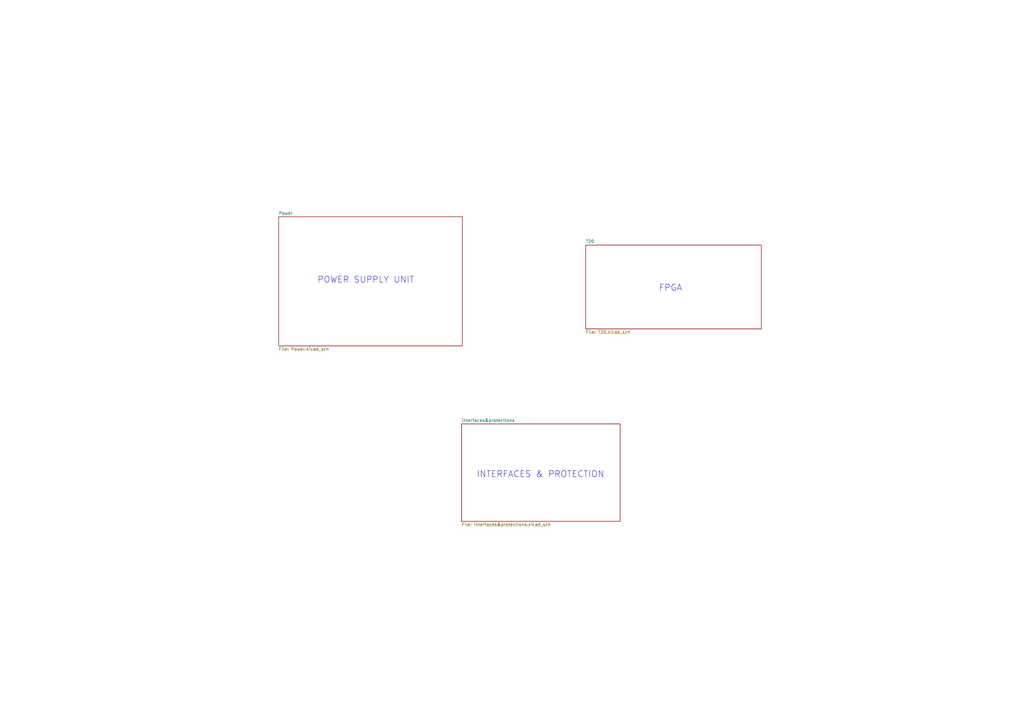
<source format=kicad_sch>
(kicad_sch
	(version 20231120)
	(generator "eeschema")
	(generator_version "8.0")
	(uuid "14155d68-6668-4fc7-90d8-1e143d3837c0")
	(paper "A3")
	(title_block
		(title "HEXBERRY-V-20Q100")
		(date "2024-09-19")
		(rev "1.0")
		(company "LOGITILES by Hexcape")
		(comment 1 "Pier Francesco Maria Santi")
	)
	(lib_symbols)
	(text "INTERFACES & PROTECTION\n"
		(exclude_from_sim no)
		(at 221.6934 194.61 0)
		(effects
			(font
				(size 2.54 2.54)
			)
		)
		(uuid "41641a95-19cd-4c38-9fa9-0fa06fb9833f")
	)
	(text "FPGA"
		(exclude_from_sim no)
		(at 275.0334 118.156 0)
		(effects
			(font
				(size 2.54 2.54)
			)
		)
		(uuid "431be0be-7264-4929-b757-f8bddef447d6")
	)
	(text "POWER SUPPLY UNIT"
		(exclude_from_sim no)
		(at 150.0654 114.854 0)
		(effects
			(font
				(size 2.54 2.54)
			)
		)
		(uuid "f3ce1405-9e0c-41a7-965a-4111151e7c65")
	)
	(sheet
		(at 114.3 88.9)
		(size 75.2661 52.9704)
		(fields_autoplaced yes)
		(stroke
			(width 0.1524)
			(type solid)
		)
		(fill
			(color 0 0 0 0.0000)
		)
		(uuid "928de6ee-5441-4f0a-bd77-c4538e19d169")
		(property "Sheetname" "Power"
			(at 114.3 88.1884 0)
			(effects
				(font
					(size 1.27 1.27)
				)
				(justify left bottom)
			)
		)
		(property "Sheetfile" "Power.kicad_sch"
			(at 114.3 142.455 0)
			(effects
				(font
					(size 1.27 1.27)
				)
				(justify left top)
			)
		)
		(instances
			(project "HEXBERRY-V-20Q100"
				(path "/14155d68-6668-4fc7-90d8-1e143d3837c0"
					(page "2")
				)
			)
		)
	)
	(sheet
		(at 189.3071 173.8689)
		(size 65.0412 39.9546)
		(fields_autoplaced yes)
		(stroke
			(width 0.1524)
			(type solid)
		)
		(fill
			(color 0 0 0 0.0000)
		)
		(uuid "f4d4b0a0-d298-4b68-b527-bb490380610a")
		(property "Sheetname" "interfaces&protections"
			(at 189.3071 173.1573 0)
			(effects
				(font
					(size 1.27 1.27)
				)
				(justify left bottom)
			)
		)
		(property "Sheetfile" "interfaces&protections.kicad_sch"
			(at 189.3071 214.4081 0)
			(effects
				(font
					(size 1.27 1.27)
				)
				(justify left top)
			)
		)
		(instances
			(project "HEXBERRY-V-20Q100"
				(path "/14155d68-6668-4fc7-90d8-1e143d3837c0"
					(page "4")
				)
			)
		)
	)
	(sheet
		(at 240.2055 100.5172)
		(size 72.0153 34.3791)
		(fields_autoplaced yes)
		(stroke
			(width 0.1524)
			(type solid)
		)
		(fill
			(color 0 0 0 0.0000)
		)
		(uuid "fcd72683-1246-4a50-b71b-06bf54efe06d")
		(property "Sheetname" "T20"
			(at 240.2055 99.8056 0)
			(effects
				(font
					(size 1.27 1.27)
				)
				(justify left bottom)
			)
		)
		(property "Sheetfile" "T20.kicad_sch"
			(at 240.2055 135.4809 0)
			(effects
				(font
					(size 1.27 1.27)
				)
				(justify left top)
			)
		)
		(instances
			(project "HEXBERRY-V-20Q100"
				(path "/14155d68-6668-4fc7-90d8-1e143d3837c0"
					(page "3")
				)
			)
		)
	)
	(sheet_instances
		(path "/"
			(page "1")
		)
	)
)

</source>
